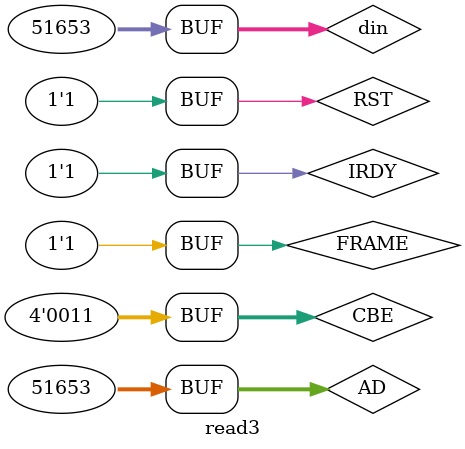
<source format=v>
`timescale 1ns / 1ps


module read3;

	//inout
	wire [31:0] AD;
	assign AD = (IRDY == 1 || cbuffer != 4'b0010 ) ? din:32'bz;


	// Inputs
	reg [3:0] CBE;
	reg FRAME;
	wire TRDY;
	reg IRDY;
	wire DEVSEL;
	reg RST;
	wire CLK;
	reg [31:0] din;	//for write in AD
	
	//SAVE THE COMMAND
	reg [3:0] cbuffer;
	always@(negedge IRDY)
		begin
			cbuffer = CBE;
		end	
		

	// Instantiate the Unit Under Test (UUT)
	PCI_Slave uut (
		.AD(AD),
		.CBE(CBE), 
		.FRAME(FRAME),
		.TRDY(TRDY), 
		.IRDY(IRDY),
		.DEVSEL(DEVSEL),
		.CLK(CLK), 
		.RST(RST)
		/*
		.test(test),
		.i(i)
		*/
	);

	initial begin
		//READ
		RST = 1;
		#50
		RST = 0;
		#50
		RST = 1;
		CBE = 0;
		FRAME = 1;
		IRDY = 1'b1;
		din = 51653;
		#100
		CBE = 4'b0010;
		FRAME = 0;
		IRDY = 1'b1;
		din = 51653;
		#100
		IRDY = 1'b0;
		#100
		CBE = 4'b1011;
		#200
		CBE = 4'b0011;
		#300
		FRAME = 1;
		#100
		IRDY = 1'b1;
	end
	
	

endmodule


</source>
